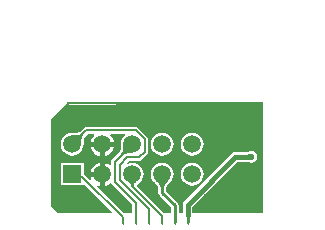
<source format=gbl>
G04*
G04 #@! TF.GenerationSoftware,Altium Limited,Altium Designer,20.0.10 (225)*
G04*
G04 Layer_Physical_Order=2*
G04 Layer_Color=16711680*
%FSLAX25Y25*%
%MOIN*%
G70*
G01*
G75*
%ADD10C,0.01575*%
%ADD11C,0.00984*%
%ADD12C,0.00787*%
G04:AMPARAMS|DCode=35|XSize=7.87mil|YSize=294.88mil|CornerRadius=3.94mil|HoleSize=0mil|Usage=FLASHONLY|Rotation=180.000|XOffset=0mil|YOffset=0mil|HoleType=Round|Shape=RoundedRectangle|*
%AMROUNDEDRECTD35*
21,1,0.00787,0.28701,0,0,180.0*
21,1,0.00000,0.29488,0,0,180.0*
1,1,0.00787,0.00000,0.14350*
1,1,0.00787,0.00000,0.14350*
1,1,0.00787,0.00000,-0.14350*
1,1,0.00787,0.00000,-0.14350*
%
%ADD35ROUNDEDRECTD35*%
G04:AMPARAMS|DCode=36|XSize=7.87mil|YSize=86.22mil|CornerRadius=3.94mil|HoleSize=0mil|Usage=FLASHONLY|Rotation=135.000|XOffset=0mil|YOffset=0mil|HoleType=Round|Shape=RoundedRectangle|*
%AMROUNDEDRECTD36*
21,1,0.00787,0.07835,0,0,135.0*
21,1,0.00000,0.08622,0,0,135.0*
1,1,0.00787,0.02770,0.02770*
1,1,0.00787,0.02770,0.02770*
1,1,0.00787,-0.02770,-0.02770*
1,1,0.00787,-0.02770,-0.02770*
%
%ADD36ROUNDEDRECTD36*%
G04:AMPARAMS|DCode=37|XSize=7.87mil|YSize=651.58mil|CornerRadius=3.94mil|HoleSize=0mil|Usage=FLASHONLY|Rotation=270.000|XOffset=0mil|YOffset=0mil|HoleType=Round|Shape=RoundedRectangle|*
%AMROUNDEDRECTD37*
21,1,0.00787,0.64370,0,0,270.0*
21,1,0.00000,0.65158,0,0,270.0*
1,1,0.00787,-0.32185,0.00000*
1,1,0.00787,-0.32185,0.00000*
1,1,0.00787,0.32185,0.00000*
1,1,0.00787,0.32185,0.00000*
%
%ADD37ROUNDEDRECTD37*%
%ADD38C,0.05906*%
%ADD39R,0.05906X0.05906*%
%ADD40C,0.02362*%
G04:AMPARAMS|DCode=41|XSize=9.84mil|YSize=19.68mil|CornerRadius=4.92mil|HoleSize=0mil|Usage=FLASHONLY|Rotation=180.000|XOffset=0mil|YOffset=0mil|HoleType=Round|Shape=RoundedRectangle|*
%AMROUNDEDRECTD41*
21,1,0.00984,0.00984,0,0,180.0*
21,1,0.00000,0.01968,0,0,180.0*
1,1,0.00984,0.00000,0.00492*
1,1,0.00984,0.00000,0.00492*
1,1,0.00984,0.00000,-0.00492*
1,1,0.00984,0.00000,-0.00492*
%
%ADD41ROUNDEDRECTD41*%
G04:AMPARAMS|DCode=42|XSize=7.87mil|YSize=368.9mil|CornerRadius=3.94mil|HoleSize=0mil|Usage=FLASHONLY|Rotation=0.000|XOffset=0mil|YOffset=0mil|HoleType=Round|Shape=RoundedRectangle|*
%AMROUNDEDRECTD42*
21,1,0.00787,0.36102,0,0,0.0*
21,1,0.00000,0.36890,0,0,0.0*
1,1,0.00787,0.00000,-0.18051*
1,1,0.00787,0.00000,-0.18051*
1,1,0.00787,0.00000,0.18051*
1,1,0.00787,0.00000,0.18051*
%
%ADD42ROUNDEDRECTD42*%
G04:AMPARAMS|DCode=43|XSize=7.87mil|YSize=31.5mil|CornerRadius=3.94mil|HoleSize=0mil|Usage=FLASHONLY|Rotation=225.000|XOffset=0mil|YOffset=0mil|HoleType=Round|Shape=RoundedRectangle|*
%AMROUNDEDRECTD43*
21,1,0.00787,0.02362,0,0,225.0*
21,1,0.00000,0.03150,0,0,225.0*
1,1,0.00787,-0.00835,0.00835*
1,1,0.00787,-0.00835,0.00835*
1,1,0.00787,0.00835,-0.00835*
1,1,0.00787,0.00835,-0.00835*
%
%ADD43ROUNDEDRECTD43*%
G36*
X11258Y30386D02*
X11130Y30235D01*
X11017Y30051D01*
X10917Y29833D01*
X10832Y29582D01*
X10760Y29297D01*
X10702Y28979D01*
X10658Y28627D01*
X10612Y27824D01*
X10610Y27372D01*
X7687Y30295D01*
X8139Y30297D01*
X8942Y30344D01*
X9294Y30387D01*
X9612Y30445D01*
X9896Y30517D01*
X10148Y30603D01*
X10366Y30702D01*
X10550Y30816D01*
X10701Y30943D01*
X11258Y30386D01*
D02*
G37*
G36*
X27628Y24390D02*
X27176Y24388D01*
X26373Y24341D01*
X26021Y24297D01*
X25703Y24240D01*
X25418Y24168D01*
X25167Y24082D01*
X24949Y23983D01*
X24765Y23869D01*
X24614Y23742D01*
X24057Y24299D01*
X24184Y24450D01*
X24298Y24634D01*
X24397Y24852D01*
X24483Y25103D01*
X24554Y25388D01*
X24612Y25706D01*
X24656Y26058D01*
X24702Y26861D01*
X24705Y27313D01*
X27628Y24390D01*
D02*
G37*
G36*
X66479Y22303D02*
X66465Y22311D01*
X66437Y22317D01*
X66396Y22323D01*
X66273Y22333D01*
X65868Y22342D01*
X65734Y22343D01*
Y23917D01*
X66479Y23957D01*
Y22303D01*
D02*
G37*
G36*
X70866Y40549D02*
X70866Y4429D01*
X47668D01*
Y6520D01*
X62673Y21524D01*
X66183D01*
X66555Y21276D01*
X67323Y21123D01*
X68091Y21276D01*
X68742Y21711D01*
X69177Y22362D01*
X69330Y23130D01*
X69177Y23898D01*
X68742Y24549D01*
X68091Y24984D01*
X67323Y25137D01*
X66555Y24984D01*
X66198Y24746D01*
X66005Y24736D01*
X62008D01*
X61393Y24613D01*
X60872Y24265D01*
X60872Y24265D01*
X44927Y8320D01*
X44579Y7800D01*
X44457Y7185D01*
X44457Y7185D01*
Y4429D01*
X43135D01*
Y6952D01*
X43036Y7451D01*
X42753Y7875D01*
X38962Y11666D01*
Y12757D01*
X38988Y12879D01*
X39038Y13028D01*
X39118Y13202D01*
X39229Y13400D01*
X39373Y13619D01*
X39545Y13848D01*
X40014Y14384D01*
X40226Y14599D01*
X40325Y14675D01*
X40924Y15456D01*
X41301Y16366D01*
X41430Y17343D01*
X41301Y18319D01*
X40924Y19229D01*
X40325Y20010D01*
X39544Y20609D01*
X38634Y20986D01*
X37657Y21115D01*
X36681Y20986D01*
X35771Y20609D01*
X34990Y20010D01*
X34390Y19229D01*
X34013Y18319D01*
X33885Y17343D01*
X34013Y16366D01*
X34390Y15456D01*
X34990Y14675D01*
X35089Y14599D01*
X35301Y14384D01*
X35769Y13848D01*
X35941Y13619D01*
X36086Y13400D01*
X36197Y13202D01*
X36276Y13028D01*
X36327Y12879D01*
X36353Y12757D01*
Y11125D01*
X36452Y10626D01*
X36735Y10203D01*
X40526Y6412D01*
Y4429D01*
X38317D01*
X29323Y13423D01*
X29286Y13553D01*
X29426Y14027D01*
X29544Y14075D01*
X30325Y14675D01*
X30924Y15456D01*
X31301Y16366D01*
X31430Y17343D01*
X31301Y18319D01*
X30924Y19229D01*
X30325Y20010D01*
X29544Y20609D01*
X28634Y20986D01*
X27657Y21115D01*
X26681Y20986D01*
X26283Y20821D01*
X25999Y21245D01*
X26483Y21729D01*
X29921D01*
X29921Y21729D01*
X30382Y21821D01*
X30773Y22082D01*
X32643Y23952D01*
X32643Y23952D01*
X32904Y24342D01*
X32995Y24803D01*
X32995Y24803D01*
Y29055D01*
X32904Y29516D01*
X32643Y29906D01*
X32643Y29906D01*
X29709Y32840D01*
X29319Y33101D01*
X28858Y33193D01*
X28858Y33193D01*
X12303D01*
X12303Y33193D01*
X11842Y33101D01*
X11451Y32840D01*
X10088Y31476D01*
X10078Y31468D01*
X9987Y31412D01*
X9851Y31350D01*
X9669Y31288D01*
X9442Y31230D01*
X9172Y31181D01*
X8869Y31144D01*
X8113Y31100D01*
X7783Y31098D01*
X7657Y31115D01*
X6681Y30986D01*
X5771Y30610D01*
X4990Y30010D01*
X4390Y29229D01*
X4013Y28319D01*
X3885Y27343D01*
X4013Y26366D01*
X4390Y25456D01*
X4990Y24675D01*
X5771Y24076D01*
X6681Y23699D01*
X7657Y23570D01*
X8634Y23699D01*
X9544Y24076D01*
X10325Y24675D01*
X10924Y25456D01*
X11301Y26366D01*
X11430Y27343D01*
X11413Y27468D01*
X11415Y27799D01*
X11458Y28554D01*
X11496Y28857D01*
X11545Y29127D01*
X11602Y29354D01*
X11664Y29536D01*
X11727Y29672D01*
X11783Y29763D01*
X11791Y29773D01*
X12802Y30784D01*
X14854D01*
X15023Y30284D01*
X14849Y30150D01*
X14218Y29328D01*
X13822Y28370D01*
X13790Y28130D01*
X21525D01*
X21493Y28370D01*
X21096Y29328D01*
X20465Y30150D01*
X20291Y30284D01*
X20461Y30784D01*
X25177D01*
X25347Y30284D01*
X24990Y30010D01*
X24390Y29229D01*
X24013Y28319D01*
X23885Y27343D01*
X23901Y27217D01*
X23900Y26886D01*
X23856Y26131D01*
X23818Y25828D01*
X23769Y25558D01*
X23712Y25331D01*
X23650Y25149D01*
X23588Y25013D01*
X23532Y24922D01*
X23524Y24912D01*
X20940Y22328D01*
X20679Y21937D01*
X20587Y21476D01*
X20587Y21476D01*
Y20687D01*
X20087Y20441D01*
X19643Y20782D01*
X18685Y21178D01*
X18445Y21210D01*
Y17343D01*
Y13475D01*
X18685Y13507D01*
X19643Y13904D01*
X20174Y14311D01*
X20279Y14317D01*
X20789Y14172D01*
X20940Y13946D01*
X27634Y7252D01*
Y4429D01*
X24734D01*
X15893Y13271D01*
X16176Y13695D01*
X16630Y13507D01*
X16870Y13475D01*
Y16555D01*
X13790D01*
X13822Y16315D01*
X14009Y15861D01*
X13586Y15578D01*
X11903Y17261D01*
X11512Y17522D01*
X11397Y17545D01*
Y21083D01*
X3917D01*
Y13602D01*
X11397D01*
Y13707D01*
X11859Y13898D01*
X20866Y4891D01*
X20675Y4429D01*
X2657D01*
X434Y6652D01*
Y35113D01*
X5870Y40549D01*
X70433Y40971D01*
X70866Y40549D01*
D02*
G37*
G36*
X10591Y16851D02*
X10605Y16841D01*
X10628Y16832D01*
X10661Y16824D01*
X10702Y16818D01*
X10814Y16808D01*
X10963Y16803D01*
X11051Y16803D01*
Y16015D01*
X10963Y16015D01*
X10661Y15994D01*
X10628Y15986D01*
X10605Y15977D01*
X10591Y15967D01*
X10586Y15956D01*
Y16862D01*
X10591Y16851D01*
D02*
G37*
G36*
X28681Y14559D02*
X28548Y14475D01*
X28432Y14379D01*
X28331Y14271D01*
X28245Y14153D01*
X28175Y14022D01*
X28121Y13880D01*
X28082Y13727D01*
X28059Y13562D01*
X28051Y13386D01*
X27264D01*
X27256Y13562D01*
X27233Y13727D01*
X27194Y13880D01*
X27139Y14022D01*
X27069Y14153D01*
X26984Y14271D01*
X26883Y14379D01*
X26766Y14475D01*
X26634Y14559D01*
X26486Y14632D01*
X28828D01*
X28681Y14559D01*
D02*
G37*
G36*
X39425Y14930D02*
X38921Y14354D01*
X38716Y14081D01*
X38543Y13818D01*
X38401Y13566D01*
X38291Y13324D01*
X38212Y13092D01*
X38165Y12871D01*
X38149Y12659D01*
X37165D01*
X37149Y12871D01*
X37102Y13092D01*
X37023Y13324D01*
X36913Y13566D01*
X36771Y13818D01*
X36598Y14081D01*
X36393Y14354D01*
X35890Y14930D01*
X35590Y15234D01*
X39724D01*
X39425Y14930D01*
D02*
G37*
G36*
X37894Y2979D02*
X37941Y2279D01*
X37952Y2254D01*
X37048D01*
X37059Y2279D01*
X37069Y2317D01*
X37078Y2370D01*
X37092Y2517D01*
X37104Y2842D01*
X37106Y3129D01*
X37894D01*
X37894Y2979D01*
D02*
G37*
G36*
X33564D02*
X33610Y2279D01*
X33622Y2254D01*
X32717D01*
X32728Y2279D01*
X32738Y2317D01*
X32747Y2370D01*
X32761Y2517D01*
X32773Y2842D01*
X32776Y3129D01*
X33563D01*
X33564Y2979D01*
D02*
G37*
G36*
X29233D02*
X29280Y2279D01*
X29291Y2254D01*
X28386D01*
X28397Y2279D01*
X28407Y2317D01*
X28416Y2370D01*
X28430Y2517D01*
X28442Y2842D01*
X28445Y3129D01*
X29232D01*
X29233Y2979D01*
D02*
G37*
%LPC*%
G36*
X47657Y31115D02*
X46681Y30986D01*
X45771Y30610D01*
X44990Y30010D01*
X44390Y29229D01*
X44013Y28319D01*
X43885Y27343D01*
X44013Y26366D01*
X44390Y25456D01*
X44990Y24675D01*
X45771Y24076D01*
X46681Y23699D01*
X47657Y23570D01*
X48634Y23699D01*
X49543Y24076D01*
X50325Y24675D01*
X50924Y25456D01*
X51301Y26366D01*
X51430Y27343D01*
X51301Y28319D01*
X50924Y29229D01*
X50325Y30010D01*
X49543Y30610D01*
X48634Y30986D01*
X47657Y31115D01*
D02*
G37*
G36*
X37657D02*
X36681Y30986D01*
X35771Y30610D01*
X34990Y30010D01*
X34390Y29229D01*
X34013Y28319D01*
X33885Y27343D01*
X34013Y26366D01*
X34390Y25456D01*
X34990Y24675D01*
X35771Y24076D01*
X36681Y23699D01*
X37657Y23570D01*
X38634Y23699D01*
X39544Y24076D01*
X40325Y24675D01*
X40924Y25456D01*
X41301Y26366D01*
X41430Y27343D01*
X41301Y28319D01*
X40924Y29229D01*
X40325Y30010D01*
X39544Y30610D01*
X38634Y30986D01*
X37657Y31115D01*
D02*
G37*
G36*
X21525Y26555D02*
X18445D01*
Y23475D01*
X18685Y23507D01*
X19643Y23904D01*
X20465Y24535D01*
X21096Y25357D01*
X21493Y26315D01*
X21525Y26555D01*
D02*
G37*
G36*
X16870D02*
X13790D01*
X13822Y26315D01*
X14218Y25357D01*
X14849Y24535D01*
X15672Y23904D01*
X16630Y23507D01*
X16870Y23475D01*
Y26555D01*
D02*
G37*
G36*
Y21210D02*
X16630Y21178D01*
X15672Y20782D01*
X14849Y20150D01*
X14218Y19328D01*
X13822Y18370D01*
X13790Y18130D01*
X16870D01*
Y21210D01*
D02*
G37*
G36*
X47657Y21115D02*
X46681Y20986D01*
X45771Y20609D01*
X44990Y20010D01*
X44390Y19229D01*
X44013Y18319D01*
X43885Y17343D01*
X44013Y16366D01*
X44390Y15456D01*
X44990Y14675D01*
X45771Y14075D01*
X46681Y13699D01*
X47657Y13570D01*
X48634Y13699D01*
X49543Y14075D01*
X50325Y14675D01*
X50924Y15456D01*
X51301Y16366D01*
X51430Y17343D01*
X51301Y18319D01*
X50924Y19229D01*
X50325Y20010D01*
X49543Y20609D01*
X48634Y20986D01*
X47657Y21115D01*
D02*
G37*
%LPD*%
D10*
X46063Y7185D02*
X62008Y23130D01*
X46063Y3642D02*
Y7185D01*
X62008Y23130D02*
X67323D01*
D11*
X46161Y1575D02*
Y3543D01*
X46063Y3642D02*
X46161Y3543D01*
X37657Y11125D02*
Y17343D01*
Y11125D02*
X41831Y6952D01*
Y1575D02*
Y6952D01*
D12*
X24508Y1575D02*
Y2953D01*
X7657Y17343D02*
X8591Y16409D01*
X11051D01*
X24508Y2953D01*
X21791Y14798D02*
X28839Y7750D01*
X21791Y14798D02*
Y21476D01*
X28839Y1575D02*
Y7750D01*
X23523Y15293D02*
Y15650D01*
X33169Y1575D02*
Y5647D01*
X23425Y15748D02*
Y20374D01*
X23523Y15293D02*
X33169Y5647D01*
X23425Y15748D02*
X23523Y15650D01*
X27657Y13386D02*
Y17343D01*
X37500Y1575D02*
Y3543D01*
X27657Y13386D02*
X37500Y3543D01*
X23425Y20374D02*
X25984Y22933D01*
X29921D02*
X31791Y24803D01*
X25984Y22933D02*
X29921D01*
X31791Y24803D02*
Y29055D01*
X12303Y31988D02*
X28858D01*
X31791Y29055D01*
X7657Y27343D02*
X12303Y31988D01*
X21791Y21476D02*
X27657Y27343D01*
D35*
X886Y20955D02*
D03*
D36*
X3683Y38193D02*
D03*
D37*
X38664Y40971D02*
D03*
D38*
X47657Y27343D02*
D03*
Y17343D02*
D03*
X37657Y27343D02*
D03*
Y17343D02*
D03*
X27657Y27343D02*
D03*
Y17343D02*
D03*
X17657Y27343D02*
D03*
Y17343D02*
D03*
X7657Y27343D02*
D03*
D39*
Y17343D02*
D03*
D40*
X17716Y5610D02*
D03*
X22638Y10236D02*
D03*
X33169Y11713D02*
D03*
X42815Y11614D02*
D03*
X63386Y19587D02*
D03*
X53642Y24016D02*
D03*
X52657Y9646D02*
D03*
X62778Y11213D02*
D03*
X68110Y37992D02*
D03*
X22638Y37303D02*
D03*
X67323Y23130D02*
D03*
D41*
X46161Y1575D02*
D03*
X41831D02*
D03*
X37500D02*
D03*
X33169D02*
D03*
X28839D02*
D03*
X24508D02*
D03*
D42*
X70935Y22881D02*
D03*
D43*
X1764Y5717D02*
D03*
M02*

</source>
